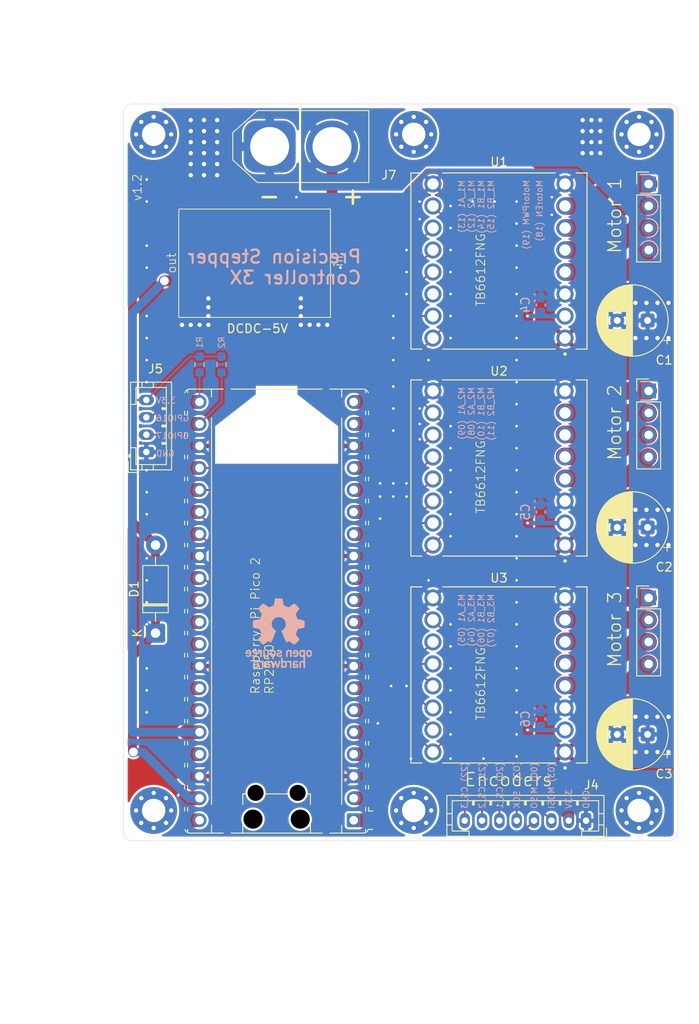
<source format=kicad_pcb>
(kicad_pcb (version 20241229) (generator "pcbnew") (generator_version "9.0")
  (layers (0 "F.Cu" signal) (2 "B.Cu" signal) (13 "F.Paste" user) (15 "B.Paste" user) (5 "F.SilkS" user "F.Silkscreen") (7 "B.SilkS" user "B.Silkscreen") (1 "F.Mask" user) (3 "B.Mask" user) (25 "Edge.Cuts" user))
  (net 0 "")
  (net 1 "+3.3V")
  (net 2 "+12V")
  (net 3 "GND")
  (net 4 "Net-(J1-Pin_3)")
  (net 5 "Net-(J1-Pin_4)")
  (net 6 "Net-(J1-Pin_2)")
  (net 7 "Net-(J1-Pin_1)")
  (net 8 "/Motor1_A1")
  (net 9 "/MotorEN")
  (net 10 "/Motor1_A2")
  (net 11 "/Motor1_B2")
  (net 12 "/MotorPWM")
  (net 13 "/Motor1_B1")
  (net 14 "Net-(J2-Pin_2)")
  (net 18 "+5V")
  (net 34 "Net-(J2-Pin_3)")
  (net 40 "Net-(J2-Pin_4)")
  (net 41 "Net-(J2-Pin_1)")
  (net 42 "/Motor2_B2")
  (net 43 "/Motor2_A2")
  (net 44 "/Motor2_B1")
  (net 45 "/Motor2_A1")
  (net 46 "Net-(J3-Pin_4)")
  (net 47 "Net-(J3-Pin_2)")
  (net 48 "Net-(J3-Pin_3)")
  (net 49 "Net-(J3-Pin_1)")
  (net 50 "/Motor3_A2")
  (net 51 "/Motor3_B2")
  (net 52 "/Motor3_A1")
  (net 53 "/Motor3_B1")
  (net 74 "/Encoder2_CS")
  (net 75 "/Encoder1_CS")
  (net 76 "/Encoder_SCK")
  (net 77 "/Encoder3_CS")
  (net 78 "/Encoder_MISO")
  (net 79 "/Encoder_MOSI")
  (net 99 "/I2C_SDA")
  (net 100 "/I2C_SCL")
  (net 103 "unconnected-(A1-VBUS-Pad40)_1")
  (net 109 "Net-(D1-A)")
  (footprint "Connector_JST:JST_PH_B8B-PH-K_1x08_P2.00mm_Vertical" (layer "F.Cu") (at 208.168 121.788 180)
    (property "Reference" "J4")
    (property "Value" "Encoder")
  )
  (footprint "Diode_SMD:D_SOD-123F" (layer "F.Cu") (at 158.496 95.076 90)
    (property "Reference" "D2" (hide yes))
    (property "Value" "PMEG4010" (hide yes))
  )
  (footprint "Connector_AMASS:AMASS_XT60-M_1x02_P7.20mm_Vertical" (layer "F.Cu") (at 171.66 44.022)
    (property "Reference" "J7")
    (property "Value" "Power")
  )
  (footprint "Diode_THT:D_DO-41_SOD81_P10.16mm_Horizontal" (layer "F.Cu") (at 158.496 100.156 90)
    (property "Reference" "D1")
    (property "Value" "1N5819")
  )
  (footprint "ROB-14450:MODULE_ROB-14450" (layer "F.Cu") (at 198.12 57.23 180)
    (property "Reference" "U1")
    (property "Value" "ROB-14450")
  )
  (footprint "Connector_PinHeader_2.54mm:PinHeader_1x04_P2.54mm_Vertical" (layer "F.Cu") (at 215.392 96.092)
    (property "Reference" "J3" (hide yes))
    (property "Value" "Motor3")
  )
  (footprint "Connector_PinHeader_2.54mm:PinHeader_1x04_P2.54mm_Vertical" (layer "F.Cu") (at 215.392 48.34)
    (property "Reference" "J1" (hide yes))
    (property "Value" "Motor1")
  )
  (footprint "Connector_PinHeader_2.54mm:PinHeader_1x04_P2.54mm_Vertical" (layer "F.Cu") (at 215.392 72.216)
    (property "Reference" "J2" (hide yes))
    (property "Value" "Motor2")
  )
  (footprint "Capacitor_THT:CP_Radial_D8.0mm_P3.50mm" (layer "F.Cu") (at 215.266651 87.964 180)
    (property "Reference" "C2")
    (property "Value" "C_Polarized")
  )
  (footprint "MountingHole:MountingHole_2.7mm_M2.5_Pad_Via" (layer "F.Cu") (at 188.28 42.616)
    (property "Reference" "H6" (hide yes))
    (property "Value" "MountingHole_Pad")
  )
  (footprint "ROB-14450:MODULE_ROB-14450" (layer "F.Cu") (at 198.12 81.106 180)
    (property "Reference" "U2")
    (property "Value" "ROB-14450")
  )
  (footprint "MountingHole:MountingHole_2.7mm_M2.5_Pad_Via" (layer "F.Cu") (at 188.28 120.616)
    (property "Reference" "H5" (hide yes))
    (property "Value" "MountingHole_Pad")
  )
  (footprint "Capacitor_THT:CP_Radial_D8.0mm_P3.50mm" (layer "F.Cu") (at 215.266651 64.088 180)
    (property "Reference" "C1")
    (property "Value" "C_Polarized")
  )
  (footprint "Connector_JST:JST_PH_B4B-PH-K_1x04_P2.00mm_Vertical" (layer "F.Cu") (at 157.438 79.264 90)
    (property "Reference" "J5")
    (property "Value" "I2C")
  )
  (footprint "MountingHole:MountingHole_2.7mm_M2.5_Pad_Via" (layer "F.Cu") (at 158.28 42.616)
    (property "Reference" "H1" (hide yes))
    (property "Value" "MountingHole_Pad")
  )
  (footprint "Module:RaspberryPi_Pico_Common_Unspecified" (layer "F.Cu") (at 172.466 97.616 180)
    (property "Reference" "A1" (hide yes))
    (property "Value" "RaspberryPi_Pico")
  )
  (footprint "DCDC_Converter:DCDC_17mmx12mm" (layer "F.Cu") (at 170.18 57.484 90)
    (property "Reference" "U4" (hide yes))
    (property "Value" "DCDC_Converter")
  )
  (footprint "Capacitor_THT:CP_Radial_D8.0mm_P3.50mm" (layer "F.Cu") (at 215.266651 111.84 180)
    (property "Reference" "C3")
    (property "Value" "C_Polarized")
  )
  (footprint "MountingHole:MountingHole_2.7mm_M2.5_Pad_Via" (layer "F.Cu") (at 214.28 42.616)
    (property "Reference" "H3" (hide yes))
    (property "Value" "MountingHole_Pad")
  )
  (footprint "ROB-14450:MODULE_ROB-14450" (layer "F.Cu") (at 198.12 104.982 180)
    (property "Reference" "U3")
    (property "Value" "ROB-14450")
  )
  (footprint "MountingHole:MountingHole_2.7mm_M2.5_Pad_Via" (layer "F.Cu") (at 214.28 120.616)
    (property "Reference" "H2" (hide yes))
    (property "Value" "MountingHole_Pad")
  )
  (footprint "Resistor_SMD:R_0603_1608Metric_Pad0.98x0.95mm_HandSolder" (layer "B.Cu") (at 166.116 69.168 -90)
    (property "Reference" "R2")
    (property "Value" "4K7")
  )
  (footprint "MountingHole:MountingHole_2.7mm_M2.5_Pad_Via" (layer "B.Cu") (at 158.28 120.616)
    (property "Reference" "H4" (hide yes))
    (property "Value" "MountingHole_Pad")
  )
  (footprint "Resistor_SMD:R_0603_1608Metric_Pad0.98x0.95mm_HandSolder" (layer "B.Cu") (at 163.576 69.168 -90)
    (property "Reference" "R1")
    (property "Value" "4K7")
  )
  (footprint "Capacitor_SMD:C_0603_1608Metric_Pad1.08x0.95mm_HandSolder" (layer "B.Cu") (at 202.946 110.062 90)
    (property "Reference" "C6")
    (property "Value" "C")
  )
  (footprint "Capacitor_SMD:C_0603_1608Metric_Pad1.08x0.95mm_HandSolder" (layer "B.Cu") (at 202.946 62.31 90)
    (property "Reference" "C4")
    (property "Value" "C")
  )
  (footprint "Capacitor_SMD:C_0603_1608Metric_Pad1.08x0.95mm_HandSolder" (layer "B.Cu") (at 202.946 86.186 90)
    (property "Reference" "C5")
    (property "Value" "C")
  )
  (footprint "Symbol:OSHW-Logo_7.5x8mm_SilkScreen" (layer "B.Cu") (at 172.72 100.156 180)
    (property "Reference" "REF**" (hide yes))
    (property "Value" "OSHW-Logo_7.5x8mm_SilkScreen" (hide yes))
  )
  (gr_arc (start 155.78 124.116) (mid 155.072893 123.823107) (end 154.78 123.116) (stroke (width 0.05)) (layer "Edge.Cuts"))
  (gr_arc (start 218.78 123.116) (mid 218.487107 123.823107) (end 217.78 124.116) (stroke (width 0.05)) (layer "Edge.Cuts"))
  (gr_line (start 154.78 123.116) (end 154.78 40.116) (stroke (width 0.05)) (layer "Edge.Cuts"))
  (gr_line (start 155.78 39.116) (end 217.78 39.116) (stroke (width 0.05)) (layer "Edge.Cuts"))
  (gr_arc (start 217.78 39.116) (mid 218.487107 39.408893) (end 218.78 40.116) (stroke (width 0.05)) (layer "Edge.Cuts"))
  (gr_arc (start 154.78 40.116) (mid 155.072893 39.408893) (end 155.78 39.116) (stroke (width 0.05)) (layer "Edge.Cuts"))
  (gr_line (start 155.78 124.116) (end 217.78 124.116) (stroke (width 0.05)) (layer "Edge.Cuts"))
  (gr_line (start 218.78 40.116) (end 218.78 123.116) (stroke (width 0.05)) (layer "Edge.Cuts"))
  (gr_text "Raspberry-Pi Pico 2\nRP2350" (at 172.212 107.268 90) (layer "F.SilkS") (effects (font (size 1 1) (thickness 0.1)) (justify left bottom)))
  (gr_text "Motor 2" (at 212.344 80.344 90) (layer "F.SilkS") (effects (font (size 1.5 1.5)) (justify left bottom)))
  (gr_text "TB6612FNG" (at 196.596 110.316 90) (layer "F.SilkS") (effects (font (size 1 1) (thickness 0.1)) (justify left bottom)))
  (gr_text "DCDC-5V" (at 166.624 65.612 0) (layer "F.SilkS") (effects (font (size 1 1)) (justify left bottom)))
  (gr_text "Motor 1" (at 212.344 56.468 90) (layer "F.SilkS") (effects (font (size 1.5 1.5)) (justify left bottom)))
  (gr_text "Encoders" (at 194.056 117.936 0) (layer "F.SilkS") (effects (font (size 1.5 1.5)) (justify left bottom)))
  (gr_text "TB6612FNG" (at 196.596 86.44 90) (layer "F.SilkS") (effects (font (size 1 1) (thickness 0.1)) (justify left bottom)))
  (gr_text "TB6612FNG" (at 196.596 62.564 90) (layer "F.SilkS") (effects (font (size 1 1) (thickness 0.1)) (justify left bottom)))
  (gr_text "v1.2" (at 156.972 50.372 90) (layer "F.SilkS") (effects (font (size 1 1) (thickness 0.1)) (justify left bottom)))
  (gr_text "+" (at 179.832 50.88 0) (layer "F.SilkS") (effects (font (size 2 2) (thickness 0.3)) (justify left bottom)))
  (gr_text "Motor 3" (at 212.344 104.22 90) (layer "F.SilkS") (effects (font (size 1.5 1.5)) (justify left bottom)))
  (gr_text "-" (at 170.18 50.88 0) (layer "F.SilkS") (effects (font (size 2 2) (thickness 0.3)) (justify left bottom)))
  (gr_text "(20) CS_1" (at 198.628 120.476 90) (layer "B.SilkS") (effects (font (size 0.7 0.7) (thickness 0.1)) (justify right bottom mirror)))
  (gr_text "M3_A1 (05)\nM3_A2 (04)\nM3_B1 (06)\nM3_B2 (07)" (at 197.612 95.584 90) (layer "B.SilkS") (effects (font (size 0.7 0.7) (thickness 0.1)) (justify left bottom mirror)))
  (gr_text "(21) CS_2" (at 196.592 120.476 90) (layer "B.SilkS") (effects (font (size 0.7 0.7) (thickness 0.1)) (justify right bottom mirror)))
  (gr_text "3.3V" (at 158.496 73.74 0) (layer "B.SilkS") (effects (font (size 0.7 0.7) (thickness 0.1)) (justify right bottom mirror)))
  (gr_text "(03) MOSI" (at 204.592 120.476 90) (layer "B.SilkS") (effects (font (size 0.7 0.7) (thickness 0.1)) (justify right bottom mirror)))
  (gr_text "GND" (at 158.496 79.836 0) (layer "B.SilkS") (effects (font (size 0.7 0.7) (thickness 0.1)) (justify right bottom mirror)))
  (gr_text "MotorPWM (19)" (at 201.676 47.832 90) (layer "B.SilkS") (effects (font (size 0.7 0.7) (thickness 0.1)) (justify left bottom mirror)))
  (gr_text "MotorEN (18)\n" (at 203.2 47.832 90) (layer "B.SilkS") (effects (font (size 0.7 0.7) (thickness 0.1)) (justify left bottom mirror)))
  (gr_text "3.3V" (at 206.592 120.476 90) (layer "B.SilkS") (effects (font (size 0.7 0.7) (thickness 0.1)) (justify right bottom mirror)))
  (gr_text "M2_A1 (09)\nM2_A2 (08)\nM2_B1 (10)\nM2_B2 (11)" (at 197.612 71.708 90) (layer "B.SilkS") (effects (font (size 0.7 0.7) (thickness 0.1)) (justify left bottom mirror)))
  (gr_text "GPIO17" (at 158.496 77.804 0) (layer "B.SilkS") (effects (font (size 0.7 0.7) (thickness 0.1)) (justify right bottom mirror)))
  (gr_text "Precision Stepper\nController 3X" (at 182.372 60.024 0) (layer "B.SilkS") (effects (font (size 1.5 1.5) (thickness 0.25) (bold yes)) (justify left bottom mirror)))
  (gr_text "(22) CS_3" (at 194.564 120.476 90) (layer "B.SilkS") (effects (font (size 0.7 0.7) (thickness 0.1)) (justify right bottom mirror)))
  (gr_text "GPIO16" (at 158.496 75.772 0) (layer "B.SilkS") (effects (font (size 0.7 0.7) (thickness 0.1)) (justify right bottom mirror)))
  (gr_text "(00) MISO" (at 202.592 120.476 90) (layer "B.SilkS") (effects (font (size 0.7 0.7) (thickness 0.1)) (justify right bottom mirror)))
  (gr_text "(O2)  SCK" (at 200.592 120.476 90) (layer "B.SilkS") (effects (font (size 0.7 0.7) (thickness 0.1)) (justify right bottom mirror)))
  (gr_text "GND" (at 208.592 120.476 90) (layer "B.SilkS") (effects (font (size 0.7 0.7) (thickness 0.1)) (justify right bottom mirror)))
  (gr_text "M1_A1 (13)\nM1_A2 (12)\nM1_B1 (14)\nM1_B2 (15)" (at 197.612 47.832 90) (layer "B.SilkS") (effects (font (size 0.7 0.7) (thickness 0.1)) (justify left bottom mirror)))
  (segment (start 188.468 48.848) (end 188.468 48.34) (width 0.2) (layer "F.Cu") (net 1))
  (segment (start 201.422 111.332) (end 201.422 108.414071) (width 1.27) (layer "F.Cu") (net 1))
  (segment (start 187.452 52.404) (end 187.452 49.864) (width 1.27) (layer "F.Cu") (net 1))
  (segment (start 201.422 108.414071) (end 201.422 87.456) (width 1.27) (layer "F.Cu") (net 1))
  (segment (start 189.759 47.049) (end 200.893 47.049) (width 0.2) (layer "F.Cu") (net 1))
  (segment (start 187.452 49.864) (end 188.468 48.848) (width 1.27) (layer "F.Cu") (net 1))
  (segment (start 201.422 63.58) (end 201.422 47.578) (width 1.27) (layer "F.Cu") (net 1))
  (segment (start 180.34 59.516) (end 187.452 52.404) (width 1.27) (layer "F.Cu") (net 1))
  (segment (start 159.512 59.516) (end 180.34 59.516) (width 1.27) (layer "F.Cu") (net 1))
  (segment (start 206.168 121.158) (end 201.422 116.412) (width 1.27) (layer "F.Cu") (net 1))
  (segment (start 201.422 116.412) (end 201.422 111.332) (width 1.27) (layer "F.Cu") (net 1))
  (segment (start 200.893 47.049) (end 201.422 47.578) (width 0.2) (layer "F.Cu") (net 1))
  (segment (start 206.168 121.788) (end 206.168 121.158) (width 1.27) (layer "F.Cu") (net 1))
  (segment (start 188.468 48.34) (end 189.759 47.049) (width 0.2) (layer "F.Cu") (net 1))
  (segment (start 201.422 87.456) (end 201.422 63.58) (width 1.27) (layer "F.Cu") (net 1))
  (via (at 201.422 111.332) (size 0.6) (drill 0.3) (layers "F.Cu" "B.Cu") (net 1))
  (via (at 201.422 63.58) (size 0.6) (drill 0.3) (layers "F.Cu" "B.Cu") (net 1))
  (via (at 159.512 59.516) (size 1.2) (drill 1) (layers "F.Cu" "B.Cu") (net 1))
  (via (at 201.422 87.456) (size 0.6) (drill 0.3) (layers "F.Cu" "B.Cu") (net 1))
  (segment (start 205.74 87.456) (end 201.422 87.456) (width 0.508) (layer "B.Cu") (net 1))
  (segment (start 163.576 68.2555) (end 162.4465 68.2555) (width 0.2) (layer "B.Cu") (net 1))
  (segment (start 155.829 73.319) (end 155.829 111.586) (width 1.016) (layer "B.Cu") (net 1))
  (segment (start 205.74 63.58) (end 201.422 63.58) (width 0.508) (layer "B.Cu") (net 1))
  (segment (start 162.4465 68.2555) (end 157.438 73.264) (width 0.2) (layer "B.Cu") (net 1))
  (segment (start 155.829 111.586) (end 163.576 111.586) (width 1.016) (layer "B.Cu") (net 1))
  (segment (start 166.116 68.2555) (end 163.576 68.2555) (width 0.2) (layer "B.Cu") (net 1))
  (segment (start 157.438 73.264) (end 155.948 73.264) (width 0.2) (layer "B.Cu") (net 1))
  (segment (start 155.829 63.199) (end 155.829 73.145) (width 1.016) (layer "B.Cu") (net 1))
  (segment (start 155.948 73.264) (end 155.916 73.232) (width 0.2) (layer "B.Cu") (net 1))
  (segment (start 159.512 59.516) (end 155.829 63.199) (width 1.016) (layer "B.Cu") (net 1))
  (segment (start 205.74 111.332) (end 201.422 111.332) (width 0.508) (layer "B.Cu") (net 1))
  (segment (start 178.86 51.054) (end 177.43 52.484) (width 1.27) (layer "F.Cu") (net 2))
  (segment (start 178.86 44.022) (end 178.86 51.054) (width 1.27) (layer "F.Cu") (net 2))
  (via (at 209.804 40.974) (size 0.7) (drill 0.5) (layers "F.Cu" "B.Cu") (net 2))
  (via (at 208.788 42.244) (size 0.7) (drill 0.5) (layers "F.Cu" "B.Cu") (net 2))
  (via (at 217.678 66.12) (size 0.7) (drill 0.5) (layers "F.Cu" "B.Cu") (net 2))
  (via (at 217.678 62.056) (size 0.7) (drill 0.5) (layers "F.Cu" "B.Cu") (net 2))
  (via (at 207.772 43.514) (size 0.7) (drill 0.5) (layers "F.Cu" "B.Cu") (net 2))
  (via (at 213.868 109.808) (size 0.7) (drill 0.5) (layers "F.Cu" "B.Cu") (net 2))
  (via (at 217.678 89.996) (size 0.7) (drill 0.5) (layers "F.Cu" "B.Cu") (net 2))
  (via (at 213.868 85.932) (size 0.7) (drill 0.5) (layers "F.Cu" "B.Cu") (net 2))
  (via (at 209.804 44.784) (size 0.7) (drill 0.5) (layers "F.Cu" "B.Cu") (net 2))
  (via (at 215.138 113.872) (size 0.7) (drill 0.5) (layers "F.Cu" "B.Cu") (net 2))
  (via (at 208.788 44.784) (size 0.7) (drill 0.5) (layers "F.Cu" "B.Cu") (net 2))
  (via (at 215.138 89.996) (size 0.7) (drill 0.5) (layers "F.Cu" "B.Cu") (net 2))
  (via (at 209.804 43.514) (size 0.7) (drill 0.5) (layers "F.Cu" "B.Cu") (net 2))
  (via (at 217.678 85.932) (size 0.7) (drill 0.5) (layers "F.Cu" "B.Cu") (net 2))
  (via (at 208.788 40.974) (size 0.7) (drill 0.5) (layers "F.Cu" "B.Cu") (net 2))
  (via (at 217.678 109.808) (size 0.7) (drill 0.5) (layers "F.Cu" "B.Cu") (net 2))
  (via (at 215.138 109.808) (size 0.7) (drill 0.5) (layers "F.Cu" "B.Cu") (net 2))
  (via (at 213.868 66.12) (size 0.7) (drill 0.5) (layers "F.Cu" "B.Cu") (net 2))
  (via (at 213.868 89.996) (size 0.7) (drill 0.5) (layers "F.Cu" "B.Cu") (net 2))
  (via (at 207.772 44.784) (size 0.7) (drill 0.5) (layers "F.Cu" "B.Cu") (net 2))
  (via (at 207.772 42.244) (size 0.7) (drill 0.5) (layers "F.Cu" "B.Cu") (net 2))
  (via (at 216.408 62.056) (size 0.7) (drill 0.5) (layers "F.Cu" "B.Cu") (net 2))
  (via (at 207.772 40.974) (size 0.7) (drill 0.5) (layers "F.Cu" "B.Cu") (net 2))
  (via (at 213.868 62.056) (size 0.7) (drill 0.5) (layers "F.Cu" "B.Cu") (net 2))
  (via (at 216.408 109.808) (size 0.7) (drill 0.5) (layers "F.Cu" "B.Cu") (net 2))
  (via (at 217.678 113.872) (size 0.7) (drill 0.5) (layers "F.Cu" "B.Cu") (net 2))
  (via (at 209.804 42.244) (size 0.7) (drill 0.5) (layers "F.Cu" "B.Cu") (net 2))
  (via (at 216.408 85.932) (size 0.7) (drill 0.5) (layers "F.Cu" "B.Cu") (net 2))
  (via (at 208.788 43.514) (size 0.7) (drill 0.5) (layers "F.Cu" "B.Cu") (net 2))
  (via (at 215.138 85.932) (size 0.7) (drill 0.5) (layers "F.Cu" "B.Cu") (net 2))
  (via (at 215.138 66.12) (size 0.7) (drill 0.5) (layers "F.Cu" "B.Cu") (net 2))
  (via (at 215.138 62.056) (size 0.7) (drill 0.5) (layers "F.Cu" "B.Cu") (net 2))
  (via (at 216.408 66.12) (size 0.7) (drill 0.5) (layers "F.Cu" "B.Cu") (net 2))
  (via (at 213.868 113.872) (size 0.7) (drill 0.5) (layers "F.Cu" "B.Cu") (net 2))
  (via (at 216.408 89.996) (size 0.7) (drill 0.5) (layers "F.Cu" "B.Cu") (net 2))
  (via (at 216.408 113.872) (size 0.7) (drill 0.5) (layers "F.Cu" "B.Cu") (net 2))
  (via (at 161.544 64.596) (size 0.7) (drill 0.5) (layers "F.Cu" "B.Cu") (net 3))
  (via (at 192.532 50.88) (size 0.6) (drill 0.3) (layers "F.Cu" "B.Cu") (net 3))
  (via (at 188.976 76.026) (size 0.6) (drill 0.3) (layers "F.Cu" "B.Cu") (net 3))
  (via (at 188.976 77.804) (size 0.6) (drill 0.3) (layers "F.Cu" "B.Cu") (net 3))
  (via (at 157.48 71.2) (size 0.6) (drill 0.3) (layers "F.Cu" "B.Cu") (net 3))
  (via (at 188.976 52.404) (size 0.6) (drill 0.3) (layers "F.Cu" "B.Cu") (net 3))
  (via (at 192.532 55.96) (size 0.6) (drill 0.3) (layers "F.Cu" "B.Cu") (net 3))
  (via (at 189.992 68.66) (size 0.6) (drill 0.3) (layers "F.Cu" "B.Cu") (net 3))
  (via (at 157.48 47.832) (size 0.6) (drill 0.3) (layers "F.Cu" "B.Cu") (net 3))
  (via (at 162.56 40.974) (size 0.7) (drill 0.5) (layers "F.Cu" "B.Cu") (net 3))
  (via (at 196.342 114.634) (size 0.6) (drill 0.3) (layers "F.Cu" "B.Cu") (net 3))
  (via (at 200.152 52.912) (size 0.6) (drill 0.3) (layers "F.Cu" "B.Cu") (net 3))
  (via (at 176.276 64.596) (size 0.7) (drill 0.5) (layers "F.Cu" "B.Cu") (net 3))
  (via (at 192.532 81.36) (size 0.6) (drill 0.3) (layers "F.Cu" "B.Cu") (net 3))
  (via (at 200.152 111.84) (size 0.6) (drill 0.3) (layers "F.Cu" "B.Cu") (net 3))
  (via (at 192.532 76.28) (size 0.6) (drill 0.3) (layers "F.Cu" "B.Cu") (net 3))
  (via (at 200.152 73.74) (size 0.6) (drill 0.3) (layers "F.Cu" "B.Cu") (net 3))
  (via (at 175.26 64.596) (size 0.7) (drill 0.5) (layers "F.Cu" "B.Cu") (net 3))
  (via (at 200.152 106.76) (size 0.6) (drill 0.3) (layers "F.Cu" "B.Cu") (net 3))
  (via (at 187.452 84.408) (size 0.6) (drill 0.3) (layers "F.Cu" "B.Cu") (net 3))
  (via (at 157.48 63.58) (size 0.6) (drill 0.3) (layers "F.Cu" "B.Cu") (net 3))
  (via (at 164.592 63.58) (size 0.7) (drill 0.5) (layers "F.Cu" "B.Cu") (net 3))
  (via (at 200.152 81.36) (size 0.6) (drill 0.3) (layers "F.Cu" "B.Cu") (net 3))
  (via (at 200.152 68.66) (size 0.6) (drill 0.3) (layers "F.Cu" "B.Cu") (net 3))
  (via (at 200.152 50.372) (size 0.6) (drill 0.3) (layers "F.Cu" "B.Cu") (net 3))
  (via (at 200.152 101.68) (size 0.6) (drill 0.3) (layers "F.Cu" "B.Cu") (net 3))
  (via (at 174.752 49.864) (size 0.6) (drill 0.3) (layers "F.Cu" "B.Cu") (net 3))
  (via (at 185.928 71.708) (size 0.6) (drill 0.3) (layers "F.Cu" "B.Cu") (net 3))
  (via (at 162.56 44.784) (size 0.7) (drill 0.5) (layers "F.Cu" "B.Cu") (net 3))
  (via (at 200.152 116.666) (size 0.6) (drill 0.3) (layers "F.Cu" "B.Cu") (net 3))
  (via (at 200.152 86.44) (size 0.6) (drill 0.3) (layers "F.Cu" "B.Cu") (net 3))
  (via (at 157.48 86.44) (size 0.6) (drill 0.3) (layers "F.Cu" "B.Cu") (net 3))
  (via (at 165.608 43.514) (size 0.7) (drill 0.5) (layers "F.Cu" "B.Cu") (net 3))
  (via (at 187.96 114.634) (size 0.6) (drill 0.3) (layers "F.Cu" "B.Cu") (net 3))
  (via (at 165.608 40.974) (size 0.7) (drill 0.5) (layers "F.Cu" "B.Cu") (net 3))
  (via (at 200.152 71.2) (size 0.6) (drill 0.3) (layers "F.Cu" "B.Cu") (net 3))
  (via (at 175.26 62.564) (size 0.7) (drill 0.5) (layers "F.Cu" "B.Cu") (net 3))
  (via (at 192.532 104.22) (size 0.6) (drill 0.3) (layers "F.Cu" "B.Cu") (net 3))
  (via (at 192.532 61.04) (size 0.6) (drill 0.3) (layers "F.Cu" "B.Cu") (net 3))
  (via (at 184.404 82.884) (size 0.6) (drill 0.3) (layers "F.Cu" "B.Cu") (net 3))
  (via (at 192.532 58.5) (size 0.6) (drill 0.3) (layers "F.Cu" "B.Cu") (net 3))
  (via (at 164.084 42.244) (size 0.7) (drill 0.5) (layers "F.Cu" "B.Cu") (net 3))
  (via (at 200.152 61.04) (size 0.6) (drill 0.3) (layers "F.Cu" "B.Cu") (net 3))
  (via (at 163.576 64.596) (size 0.7) (drill 0.5) (layers "F.Cu" "B.Cu") (net 3))
  (via (at 192.532 63.58) (size 0.6) (drill 0.3) (layers "F.Cu" "B.Cu") (net 3))
  (via (at 157.48 96.6) (size 0.6) (drill 0.3) (layers "F.Cu" "B.Cu") (net 3))
  (via (at 200.152 96.6) (size 0.6) (drill 0.3) (layers "F.Cu" "B.Cu") (net 3))
  (via (at 200.152 78.82) (size 0.6) (drill 0.3) (layers "F.Cu" "B.Cu") (net 3))
  (via (at 157.48 68.66) (size 0.6) (drill 0.3) (layers "F.Cu" "B.Cu") (net 3))
  (via (at 164.084 40.974) (size 0.7) (drill 0.5) (layers "F.Cu" "B.Cu") (net 3))
  (via (at 165.608 47.324) (size 0.7) (drill 0.5) (layers "F.Cu" "B.Cu") (net 3))
  (via (at 192.532 111.84) (size 0.6) (drill 0.3) (layers "F.Cu" "B.Cu") (net 3))
  (via (at 157.48 94.06) (size 0.6) (drill 0.3) (layers "F.Cu" "B.Cu") (net 3))
  (via (at 165.608 44.784) (size 0.7) (drill 0.5) (layers "F.Cu" "B.Cu") (net 3))
  (via (at 200.152 66.12) (size 0.6) (drill 0.3) (layers "F.Cu" "B.Cu") (net 3))
  (via (at 184.404 86.948) (size 0.6) (drill 0.3) (layers "F.Cu" "B.Cu") (net 3))
  (via (at 157.48 109.3) (size 0.6) (drill 0.3) (layers "F.Cu" "B.Cu") (net 3))
  (via (at 162.56 42.244) (size 0.7) (drill 0.5) (layers "F.Cu" "B.Cu") (net 3))
  (via (at 185.928 84.408) (size 0.6) (drill 0.3) (layers "F.Cu" "B.Cu") (net 3))
  (via (at 157.48 50.372) (size 0.6) (drill 0.3) (layers "F.Cu" "B.Cu") (net 3))
  (via (at 192.532 53.42) (size 0.6) (drill 0.3) (layers "F.Cu" "B.Cu") (net 3))
  (via (at 157.48 106.76) (size 0.6) (drill 0.3) (layers "F.Cu" "B.Cu") (net 3))
  (via (at 192.532 101.68) (size 0.6) (drill 0.3) (layers "F.Cu" "B.Cu") (net 3))
  (via (at 157.48 104.22) (size 0.6) (drill 0.3) (layers "F.Cu" "B.Cu") (net 3))
  (via (at 157.48 83.9) (size 0.6) (drill 0.3) (layers "F.Cu" "B.Cu") (net 3))
  (via (at 188.976 50.372) (size 0.6) (drill 0.3) (layers "F.Cu" "B.Cu") (net 3))
  (via (at 164.084 47.324) (size 0.7) (drill 0.5) (layers "F.Cu" "B.Cu") (net 3))
  (via (at 192.532 99.14) (size 0.6) (drill 0.3) (layers "F.Cu" "B.Cu") (net 3))
  (via (at 157.48 57.992) (size 0.6) (drill 0.3) (layers "F.Cu" "B.Cu") (net 3))
  (via (at 178.308 64.596) (size 0.7) (drill 0.5) (layers "F.Cu" "B.Cu") (net 3))
  (via (at 200.152 109.3) (size 0.6) (drill 0.3) (layers "F.Cu" "B.Cu") (net 3))
  (via (at 164.084 43.514) (size 0.7) (drill 0.5) (layers "F.Cu" "B.Cu") (net 3))
  (via (at 200.152 94.06) (size 0.6) (drill 0.3) (layers "F.Cu" "B.Cu") (net 3))
  (via (at 157.48 81.36) (size 0.6) (drill 0.3) (layers "F.Cu" "B.Cu") (net 3))
  (via (at 162.56 43.514) (size 0.7) (drill 0.5) (layers "F.Cu" "B.Cu") (net 3))
  (via (at 185.674 106.252) (size 0.6) (drill 0.3) (layers "F.Cu" "B.Cu") (net 3))
  (via (at 184.404 84.408) (size 0.6) (drill 0.3) (layers "F.Cu" "B.Cu") (net 3))
  (via (at 192.532 109.3) (size 0.6) (drill 0.3) (layers "F.Cu" "B.Cu") (net 3))
  (via (at 200.152 63.58) (size 0.6) (drill 0.3) (layers "F.Cu" "B.Cu") (net 3))
  (via (at 188.976 74.248) (size 0.6) (drill 0.3) (layers "F.Cu" "B.Cu") (net 3))
  (via (at 192.532 78.82) (size 0.6) (drill 0.3) (layers "F.Cu" "B.Cu") (net 3))
  (via (at 200.152 104.22) (size 0.6) (drill 0.3) (layers "F.Cu" "B.Cu") (net 3))
  (via (at 192.532 114.634) (size 0.6) (drill 0.3) (layers "F.Cu" "B.Cu") (net 3))
  (via (at 200.152 57.992) (size 0.6) (drill 0.3) (layers "F.Cu" "B.Cu") (net 3))
  (via (at 184.15 110.57) (size 0.6) (drill 0.3) (layers "F.Cu" "B.Cu") (net 3))
  (via (at 164.592 61.548) (size 0.7) (drill 0.5) (layers "F.Cu" "B.Cu") (net 3))
  (via (at 200.152 55.452) (size 0.6) (drill 0.3) (layers "F.Cu" "B.Cu") (net 3))
  (via (at 195.072 50.372) (size 0.6) (drill 0.3) (layers "F.Cu" "B.Cu") (net 3))
  (via (at 185.928 76.788) (size 0.6) (drill 0.3) (layers "F.Cu" "B.Cu") (net 3))
  (via (at 200.152 88.98) (size 0.6) (drill 0.3) (layers "F.Cu" "B.Cu") (net 3))
  (via (at 197.612 50.372) (size 0.6) (drill 0.3) (layers "F.Cu" "B.Cu") (net 3))
  (via (at 177.292 64.596) (size 0.7) (drill 0.5) (layers "F.Cu" "B.Cu") (net 3))
  (via (at 185.928 82.884) (size 0.6) (drill 0.3) (layers "F.Cu" "B.Cu") (net 3))
  (via (at 179.832 57.992) (size 0.6) (drill 0.3) (layers "F.Cu" "B.Cu") (net 3))
  (via (at 192.532 106.76) (size 0.6) (drill 0.3) (layers "F.Cu" "B.Cu") (net 3))
  (via (at 162.56 64.596) (size 0.7) (drill 0.5) (layers "F.Cu" "B.Cu") (net 3))
  (via (at 200.152 114.38) (size 0.6) (drill 0.3) (layers "F.Cu" "B.Cu") (net 3))
  (via (at 157.48 99.14) (size 0.6) (drill 0.3) (layers "F.Cu" "B.Cu") (net 3))
  (via (at 157.48 91.52) (size 0.6) (drill 0.3) (layers "F.Cu" "B.Cu") (net 3))
  (via (at 165.608 46.054) (size 0.7) (drill 0.5) (layers "F.Cu" "B.Cu") (net 3))
  (via (at 165.608 42.244) (size 0.7) (drill 0.5) (layers "F.Cu" "B.Cu") (net 3))
  (via (at 185.928 63.58) (size 0.6) (drill 0.3) (layers "F.Cu" "B.Cu") (net 3))
  (via (at 204.216 49.864) (size 0.6) (drill 0.3) (layers "F.Cu" "B.Cu") (net 3))
  (via (at 164.592 62.564) (size 0.7) (drill 0.5) (layers "F.Cu" "B.Cu") (net 3))
  (via (at 200.152 91.52) (size 0.6) (drill 0.3) (layers "F.Cu" "B.Cu") (net 3))
  (via (at 192.532 86.44) (size 0.6) (drill 0.3) (layers "F.Cu" "B.Cu") (net 3))
  (via (at 157.48 66.12) (size 0.6) (drill 0.3) (layers "F.Cu" "B.Cu") (net 3))
  (via (at 162.56 47.324) (size 0.7) (drill 0.5) (layers "F.Cu" "B.Cu") (net 3))
  (via (at 204.216 51.896) (size 0.6) (drill 0.3) (layers "F.Cu" "B.Cu") (net 3))
  (via (at 164.084 46.054) (size 0.7) (drill 0.5) (layers "F.Cu" "B.Cu") (net 3))
  (via (at 175.26 61.548) (size 0.7) (drill 0.5) (layers "F.Cu" "B.Cu") (net 3))
  (via (at 185.928 74.248) (size 0.6) (drill 0.3) (layers "F.Cu" "B.Cu") (net 3))
  (via (at 185.928 66.12) (size 0.6) (drill 0.3) (layers "F.Cu" "B.Cu") (net 3))
  (via (at 187.452 61.04) (size 0.6) (drill 0.3) (layers "F.Cu" "B.Cu") (net 3))
  (via (at 189.992 94.06) (size 0.6) (drill 0.3) (layers "F.Cu" "B.Cu") (net 3))
  (via (at 187.452 55.96) (size 0.6) (drill 0.3) (layers "F.Cu" "B.Cu") (net 3))
  (via (at 187.452 82.884) (size 0.6) (drill 0.3) (layers "F.Cu" "B.Cu") (net 3))
  (via (at 192.532 83.9) (size 0.6) (drill 0.3) (layers "F.Cu" "B.Cu") (net 3))
  (via (at 162.56 46.054) (size 0.7) (drill 0.5) (layers "F.Cu" "B.Cu") (net 3))
  (via (at 187.452 58.5) (size 0.6) (drill 0.3) (layers "F.Cu" "B.Cu") (net 3))
  (via (at 164.592 64.596) (size 0.7) (drill 0.5) (layers "F.Cu" "B.Cu") (net 3))
  (via (at 175.26 63.58) (size 0.7) (drill 0.5) (layers "F.Cu" "B.Cu") (net 3))
  (via (at 185.928 68.66) (size 0.6) (drill 0.3) (layers "F.Cu" "B.Cu") (net 3))
  (via (at 187.452 106.252) (size 0.6) (drill 0.3) (layers "F.Cu" "B.Cu") (net 3))
  (via (at 192.532 66.12) (size 0.6) (drill 0.3) (layers "F.Cu" "B.Cu") (net 3))
  (via (at 157.48 55.452) (size 0.6) (drill 0.3) (layers "F.Cu" "B.Cu") (net 3))
  (via (at 200.152 76.28) (size 0.6) (drill 0.3) (layers "F.Cu" "B.Cu") (net 3))
  (via (at 164.084 44.784) (size 0.7) (drill 0.5) (layers "F.Cu" "B.Cu") (net 3))
  (via (at 200.152 99.14) (size 0.6) (drill 0.3) (layers "F.Cu" "B.Cu") (net 3))
  (via (at 200.152 83.9) (size 0.6) (drill 0.3) (layers "F.Cu" "B.Cu") (net 3))
  (via (at 192.532 88.98) (size 0.6) (drill 0.3) (layers "F.Cu" "B.Cu") (net 3))
  (segment (start 213.868 53.42) (end 215.392 53.42) (width 2.032) (layer "F.Cu") (net 4))
  (segment (start 205.74 55.96) (end 211.328 55.96) (width 2.032) (layer "F.Cu") (net 4))
  (segment (start 211.328 55.96) (end 213.868 53.42) (width 2.032) (layer "F.Cu") (net 4))
  (segment (start 205.74 58.5) (end 212.852 58.5) (width 2.032) (layer "F.Cu") (net 5))
  (segment (start 212.852 58.5) (end 215.392 55.96) (width 2.032) (layer "F.Cu") (net 5))
  (segment (start 205.74 53.42) (end 209.804 53.42) (width 2.032) (layer "F.Cu") (net 6))
  (segment (start 209.804 53.42) (end 212.344 50.88) (width 2.032) (layer "F.Cu") (net 6))
  (segment (start 212.344 50.88) (end 215.392 50.88) (width 2.032) (layer "F.Cu") (net 6))
  (segment (start 208.438 50.88) (end 210.978 48.34) (width 2.032) (layer "F.Cu") (net 7))
  (segment (start 210.978 48.34) (end 215.392 48.34) (width 2.032) (layer "F.Cu") (net 7))
  (segment (start 205.74 50.88) (end 208.438 50.88) (width 2.032) (layer "F.Cu") (net 7))
  (segment (start 190.5 61.04) (end 187.75 63.79) (width 0.2) (layer "F.Cu") (net 8))
  (segment (start 187.75 63.79) (end 187.75 78.0249) (width 0.2) (layer "F.Cu") (net 8))
  (segment (start 187.75 78.0249) (end 184.6689 81.106) (width 0.2) (layer "F.Cu") (net 8))
  (segment (start 184.6689 81.106) (end 181.172 81.106) (width 0.2) (layer "F.Cu") (net 8))
  (segment (start 189.209 85.45075) (end 189.209 83.667) (width 0.2) (layer "F.Cu") (net 9))
  (segment (start 178.816 104.22) (end 178.816 89.996) (width 0.2) (layer "F.Cu") (net 9))
  (segment (start 189.23 85.47175) (end 189.209 85.45075) (width 0.2) (layer "F.Cu") (net 9))
  (segment (start 189.209 83.667) (end 190.5 82.376) (width 0.2) (layer "F.Cu") (net 9))
  (segment (start 187.349 63.6239) (end 187.349 77.8588) (width 0.2) (layer "F.Cu") (net 9))
  (segment (start 183.598 89.996) (end 186.94 86.654) (width 0.2) (layer "F.Cu") (net 9))
  (segment (start 179.394 81.106) (end 179.486 81.014) (width 0.2) (layer "F.Cu") (net 9))
  (segment (start 188.1949 86.654) (end 189.23 85.6189) (width 0.2) (layer "F.Cu") (net 9))
  (segment (start 187.349 77.8588) (end 185.3718 79.836) (width 0.2) (layer "F.Cu") (net 9))
  (segment (start 185.3718 79.836) (end 180.664 79.836) (width 0.2) (layer "F.Cu") (net 9))
  (segment (start 183.598 89.996) (end 178.816 89.996) (width 0.2) (layer "F.Cu") (net 9))
  (segment (start 186.94 86.654) (end 188.1949 86.654) (width 0.2) (layer "F.Cu") (net 9))
  (segment (start 188.976 59.749) (end 188.976 61.9969) (width 0.2) (layer "F.Cu") (net 9))
  (segment (start 190.225 58.5) (end 188.976 59.749) (width 0.2) (layer "F.Cu") (net 9))
  (segment (start 178.816 81.106) (end 178.816 89.996) (width 0.2) (layer "F.Cu") (net 9))
  (segment (start 189.23 85.6189) (end 189.23 85.47175) (width 0.2) (layer "F.Cu") (net 9))
  (segment (start 179.832 105.236) (end 178.816 104.22) (width 0.2) (layer "F.Cu") (net 9))
  (segment (start 163.576 81.106) (end 179.394 81.106) (width 0.2) (layer "F.Cu") (net 9))
  (segment (start 183.6809 105.236) (end 179.832 105.236) (width 0.2) (layer "F.Cu") (net 9))
  (segment (start 180.664 79.836) (end 179.486 81.014) (width 0.2) (layer "F.Cu") (net 9))
  (segment (start 188.976 61.9969) (end 187.349 63.6239) (width 0.2) (layer "F.Cu") (net 9))
  (segment (start 188.361 104.113) (end 184.8039 104.113) (width 0.2) (layer "F.Cu") (net 9))
  (segment (start 190.5 106.252) (end 188.361 104.113) (width 0.2) (layer "F.Cu") (net 9))
  (segment (start 184.8039 104.113) (end 183.6809 105.236) (width 0.2) (layer "F.Cu") (net 9))
  (segment (start 190.5 58.5) (end 190.225 58.5) (width 0.2) (layer "F.Cu") (net 9))
  (segment (start 188.5271 63.58) (end 188.151 63.9561) (width 0.2) (layer "F.Cu") (net 10))
  (segment (start 182.696 83.646) (end 181.172 83.646) (width 0.2) (layer "F.Cu") (net 10))
  (segment (start 190.5 63.58) (end 188.5271 63.58) (width 0.2) (layer "F.Cu") (net 10))
  (segment (start 188.151 78.191) (end 182.696 83.646) (width 0.2) (layer "F.Cu") (net 10))
  (segment (start 188.151 63.9561) (end 188.151 78.191) (width 0.2) (layer "F.Cu") (net 10))
  (segment (start 185.9876 78.086) (end 185.5961 78.086) (width 0.2) (layer "F.Cu") (net 11))
  (segment (start 186.547 63.2917) (end 186.547 77.5266) (width 0.2) (layer "F.Cu") (net 11))
  (segment (start 190.5 53.42) (end 188.174 55.746) (width 0.2) (layer "F.Cu") (net 11))
  (segment (start 181.972 73.486) (end 181.172 73.486) (width 0.2) (layer "F.Cu") (net 11))
  (segment (start 184.15 75.664) (end 181.972 73.486) (width 0.2) (layer "F.Cu") (net 11))
  (segment (start 184.15 76.6399) (end 184.15 75.664) (width 0.2) (layer "F.Cu") (net 11))
  (segment (start 185.5961 78.086) (end 184.15 76.6399) (width 0.2) (layer "F.Cu") (net 11))
  (segment (start 188.174 55.746) (end 188.174 61.6647) (width 0.2) (layer "F.Cu") (net 11))
  (segment (start 186.547 77.5266) (end 185.9876 78.086) (width 0.2) (layer "F.Cu") (net 11))
  (segment (start 188.174 61.6647) (end 186.547 63.2917) (width 0.2) (layer "F.Cu") (net 11))
  (segment (start 184.22 109.502) (end 184.22 108.6251) (width 0.2) (layer "F.Cu") (net 12))
  (segment (start 178.415 83.646) (end 178.415 108.899) (width 0.2) (layer "F.Cu") (net 12))
  (segment (start 191.791 112.581) (end 191.791 99.923) (width 0.2) (layer "F.Cu") (net 12))
  (segment (start 190.5 74.756) (end 191.791 76.047) (width 0.2) (layer "F.Cu") (net 12))
  (segment (start 178.415 108.899) (end 179.86 110.344) (width 0.2) (layer "F.Cu") (net 12))
  (segment (start 163.576 83.646) (end 178.415 83.646) (width 0.2) (layer "F.Cu") (net 12))
  (segment (start 188.976 91.52) (end 190.5 89.996) (width 0.2) (layer "F.Cu") (net 12))
  (segment (start 190.5 66.12) (end 191.791 64.829) (width 0.2) (layer "F.Cu") (net 12))
  (segment (start 188.976 97.108) (end 188.976 91.52) (width 0.2) (layer "F.Cu") (net 12))
  (segment (start 191.791 64.829) (end 191.791 52.171) (width 0.2) (layer "F.Cu") (net 12))
  (segment (start 191.791 52.171) (end 190.5 50.88) (width 0.2) (layer "F.Cu") (net 12))
  (segment (start 184.22 108.6251) (end 184.621 108.2241) (width 0.2) (layer "F.Cu") (net 12))
  (segment (start 191.791 88.705) (end 190.5 89.996) (width 0.2) (layer "F.Cu") (net 12))
  (segment (start 187.8627 105.316) (end 188.174 105.6273) (width 0.2) (layer "F.Cu") (net 12))
  (segment (start 185.3022 105.316) (end 187.8627 105.316) (width 0.2) (layer "F.Cu") (net 12))
  (segment (start 184.621 105.9972) (end 185.3022 105.316) (width 0.2) (layer "F.Cu") (net 12))
  (segment (start 188.174 105.6273) (end 188.174 111.546) (width 0.2) (layer "F.Cu") (net 12))
  (segment (start 191.791 76.047) (end 191.791 88.705) (width 0.2) (layer "F.Cu") (net 12))
  (segment (start 188.552 68.068) (end 190.5 66.12) (width 0.2) (layer "F.Cu") (net 12))
  (segment (start 184.621 108.2241) (end 184.621 105.9972) (width 0.2) (layer "F.Cu") (net 12))
  (segment (start 188.552 72.808) (end 188.552 68.068) (width 0.2) (layer "F.Cu") (net 12))
  (segment (start 190.5 74.756) (end 188.552 72.808) (width 0.2) (layer "F.Cu") (net 12))
  (segment (start 190.5 113.872) (end 191.791 112.581) (width 0.2) (layer "F.Cu") (net 12))
  (segment (start 188.174 111.546) (end 190.5 113.872) (width 0.2) (layer "F.Cu") (net 12))
  (segment (start 191.791 99.923) (end 190.5 98.632) (width 0.2) (layer "F.Cu") (net 12))
  (segment (start 179.86 110.344) (end 183.378 110.344) (width 0.2) (layer "F.Cu") (net 12))
  (segment (start 190.5 98.632) (end 188.976 97.108) (width 0.2) (layer "F.Cu") (net 12))
  (segment (start 183.378 110.344) (end 184.22 109.502) (width 0.2) (layer "F.Cu") (net 12))
  (segment (start 185.43 78.487) (end 182.969 76.026) (width 0.2) (layer "F.Cu") (net 13))
  (segment (start 188.575 61.8308) (end 186.948 63.4578) (width 0.2) (layer "F.Cu") (net 13))
  (segment (start 186.1537 78.487) (end 185.43 78.487) (width 0.2) (layer "F.Cu") (net 13))
  (segment (start 190.5 55.96) (end 188.575 57.885) (width 0.2) (layer "F.Cu") (net 13))
  (segment (start 182.969 76.026) (end 181.972 76.026) (width 0.2) (layer "F.Cu") (net 13))
  (segment (start 186.948 63.4578) (end 186.948 77.6927) (width 0.2) (layer "F.Cu") (net 13))
  (segment (start 188.575 57.885) (end 188.575 61.8308) (width 0.2) (layer "F.Cu") (net 13))
  (segment (start 186.948 77.6927) (end 186.1537 78.487) (width 0.2) (layer "F.Cu") (net 13))
  (segment (start 181.972 76.026) (end 181.172 76.026) (width 0.2) (layer "F.Cu") (net 13))
  (segment (start 212.408 74.756) (end 215.328 74.756) (width 2.032) (layer "F.Cu") (net 14))
  (segment (start 209.934 77.23) (end 212.408 74.756) (width 2.032) (layer "F.Cu") (net 14))
  (segment (start 205.676 77.23) (end 209.934 77.23) (width 2.032) (layer "F.Cu") (net 14))
  (segment (start 155.829 113.745) (end 155.829 102.823) (width 1.016) (layer "F.Cu") (net 18))
  (segment (start 155.956 113.872) (end 155.829 113.745) (width 1.016) (layer "F.Cu") (net 18))
  (segment (start 155.829 102.823) (end 158.496 100.156) (width 1.016) (layer "F.Cu") (net 18))
  (segment (start 158.496 100.156) (end 158.496 96.476) (width 1.016) (layer "F.Cu") (net 18))
  (via (at 155.956 113.872) (size 1.2) (drill 1) (layers "F.Cu" "B.Cu") (net 18))
  (segment (start 162.37 119.206) (end 163.576 119.206) (width 1.016) (layer "B.Cu") (net 18))
  (segment (start 157.036 113.872) (end 162.37 119.206) (width 1.016) (layer "B.Cu") (net 18))
  (segment (start 155.956 113.872) (end 157.036 113.872) (width 1.016) (layer "B.Cu") (net 18))
  (segment (start 211.458 79.77) (end 213.932 77.296) (width 2.032) (layer "F.Cu") (net 34))
  (segment (start 205.676 79.77) (end 211.458 79.77) (width 2.032) (layer "F.Cu") (net 34))
  (segment (start 213.932 77.296) (end 215.328 77.296) (width 2.032) (layer "F.Cu") (net 34))
  (segment (start 205.676 82.31) (end 212.854 82.31) (width 2.032) (layer "F.Cu") (net 40))
  (segment (start 212.854 82.31) (end 215.328 79.836) (width 2.032) (layer "F.Cu") (net 40))
  (segment (start 205.676 74.69) (end 208.41 74.69) (width 2.032) (layer "F.Cu") (net 41))
  (segment (start 210.884 72.216) (end 215.328 72.216) (width 2.032) (layer "F.Cu") (net 41))
  (segment (start 208.41 74.69) (end 210.884 72.216) (width 2.032) (layer "F.Cu") (net 41))
  (segment (start 186.6078 85.852) (end 184.7218 87.738) (width 0.2) (layer "F.Cu") (net 42))
  (segment (start 183.994 87.738) (end 182.442 86.186) (width 0.2) (layer "F.Cu") (net 42))
  (segment (start 188.321 85.17) (end 187.639 85.852) (width 0.2) (layer "F.Cu") (net 42))
  (segment (start 187.639 85.852) (end 186.6078 85.852) (width 0.2) (layer "F.Cu") (net 42))
  (segment (start 184.7218 87.738) (end 183.994 87.738) (width 0.2) (layer "F.Cu") (net 42))
  (segment (start 181.972 86.186) (end 181.172 86.186) (width 0.2) (layer "F.Cu") (net 42))
  (segment (start 188.321 79.475) (end 188.321 85.17) (width 0.2) (layer "F.Cu") (net 42))
  (segment (start 182.442 86.186) (end 181.972 86.186) (width 0.2) (layer "F.Cu") (net 42))
  (segment (start 190.5 77.296) (end 188.321 79.475) (width 0.2) (layer "F.Cu") (net 42))
  (segment (start 184.982 89.7462) (end 184.982 91.2962) (width 0.2) (layer "F.Cu") (net 43))
  (segment (start 184.474 96.346) (end 181.172 96.346) (width 0.2) (layer "F.Cu") (net 43))
  (segment (start 184.982 95.838) (end 184.474 96.346) (width 0.2) (layer "F.Cu") (net 43))
  (segment (start 187.2722 87.456) (end 184.982 89.7462) (width 0.2) (layer "F.Cu") (net 43))
  (segment (start 190.5 87.456) (end 187.2722 87.456) (width 0.2) (layer "F.Cu") (net 43))
  (segment (start 184.982 91.2962) (end 184.982 95.838) (width 0.2) (layer "F.Cu") (net 43))
  (segment (start 188.722 85.5598) (end 188.0288 86.253) (width 0.2) (layer "F.Cu") (net 44))
  (segment (start 188.722 81.614) (end 188.722 85.5598) (width 0.2) (layer "F.Cu") (net 44))
  (segment (start 184.3009 88.726) (end 181.972 88.726) (width 0.2) (layer "F.Cu") (net 44))
  (segment (start 181.972 88.726) (end 181.172 88.726) (width 0.2) (layer "F.Cu") (net 44))
  (segment (start 190.5 79.836) (end 188.722 81.614) (width 0.2) (layer "F.Cu") (net 44))
  (segment (start 182.95 88.726) (end 181.972 88.726) (width 0.2) (layer "F.Cu") (net 44))
  (segment (start 186.7739 86.253) (end 184.3009 88.726) (width 0.2) (layer "F.Cu") (net 44))
  (segment (start 188.0288 86.253) (end 186.7739 86.253) (width 0.2) (layer "F.Cu") (net 44))
  (segment (start 184.474 89.6871) (end 184.474 91.2371) (width 0.2) (layer "F.Cu") (net 45))
  (segment (start 187.1061 87.055) (end 184.474 89.6871) (width 0.2) (layer "F.Cu") (net 45))
  (segment (start 184.474 91.2371) (end 184.474 93.806) (width 0.2) (layer "F.Cu") (net 45))
  (segment (start 188.361 87.055) (end 187.1061 87.055) (width 0.2) (layer "F.Cu") (net 45))
  (segment (start 190.5 84.916) (end 188.361 87.055) (width 0.2) (layer "F.Cu") (net 45))
  (segment (start 184.474 93.806) (end 181.172 93.806) (width 0.2) (layer "F.Cu") (net 45))
  (segment (start 212.854 106.186) (end 215.328 103.712) (width 2.032) (layer "F.Cu") (net 46))
  (segment (start 205.676 106.186) (end 212.854 106.186) (width 2.032) (layer "F.Cu") (net 46))
  (segment (start 212.28 98.632) (end 215.328 98.632) (width 2.032) (layer "F.Cu") (net 47))
  (segment (start 205.676 101.106) (end 209.806 101.106) (width 2.032) (layer "F.Cu") (net 47))
  (segment (start 209.806 101.106) (end 212.28 98.632) (width 2.032) (layer "F.Cu") (net 47))
  (segment (start 213.749031 101.172) (end 215.328 101.172) (width 2.032) (layer "F.Cu") (net 48))
  (segment (start 205.676 103.646) (end 211.275031 103.646) (width 2.032) (layer "F.Cu") (net 48))
  (segment (start 211.275031 103.646) (end 213.749031 101.172) (width 2.032) (layer "F.Cu") (net 48))
  (segment (start 210.977 96.092) (end 215.328 96.092) (width 2.032) (layer "F.Cu") (net 49))
  (segment (start 208.503 98.566) (end 210.977 96.092) (width 2.032) (layer "F.Cu") (net 49))
  (segment (start 205.676 98.566) (end 208.503 98.566) (width 2.032) (layer "F.Cu") (net 49))
  (segment (start 184.22 105.8311) (end 184.22 108.058) (width 0.2) (layer "F.Cu") (net 50))
  (segment (start 185.1361 104.915) (end 184.22 105.8311) (width 0.2) (layer "F.Cu") (net 50))
  (segment (start 183.232 109.046) (end 181.172 109.046) (width 0.2) (layer "F.Cu") (net 50))
  (segment (start 188.575 105.4612) (end 188.0288 104.915) (width 0.2) (layer "F.Cu") (net 50))
  (segment (start 188.575 109.407) (end 188.575 105.4612) (width 0.2) (layer "F.Cu") (net 50))
  (segment (start 190.5 111.332) (end 188.575 109.407) (width 0.2) (layer "F.Cu") (net 50))
  (segment (start 181.972 109.046) (end 181.172 109.046) (width 0.2) (layer "F.Cu") (net 50))
  (segment (start 184.22 108.058) (end 183.232 109.046) (width 0.2) (layer "F.Cu") (net 50))
  (segment (start 188.0288 104.915) (end 185.1361 104.915) (width 0.2) (layer "F.Cu") (net 50))
  (segment (start 184.8721 103.289) (end 184.8441 103.289) (width 0.2) (layer "F.Cu") (net 51))
  (segment (start 184.8441 103.289) (end 184.22 102.6649) (width 0.2) (layer "F.Cu") (net 51))
  (segment (start 188.361 103.311) (end 184.8941 103.311) (width 0.2) (layer "F.Cu") (net 51))
  (segment (start 190.5 101.172) (end 188.361 103.311) (width 0.2) (layer "F.Cu") (net 51))
  (segment (start 184.22 102.6649) (end 184.22 99.14) (width 0.2) (layer "F.Cu") (net 51))
  (segment (start 183.966 98.886) (end 181.172 98.886) (width 0.2) (layer "F.Cu") (net 51))
  (segment (start 184.22 99.14) (end 183.966 98.886) (width 0.2) (layer "F.Cu") (net 51))
  (segment (start 184.8941 103.311) (end 184.8721 103.289) (width 0.2) (layer "F.Cu") (net 51))
  (segment (start 190.5 108.792) (end 189.992 108.792) (width 0.2) (layer "F.Cu") (net 52))
  (segment (start 189.992 108.792) (end 188.976 107.776) (width 0.2) (layer "F.Cu") (net 52))
  (segment (start 188.1949 104.514) (end 184.97 104.514) (width 0.2) (layer "F.Cu") (net 52))
  (segment (start 188.976 105.2951) (end 188.1949 104.514) (width 0.2) (layer "F.Cu") (net 52))
  (segment (start 184.97 104.514) (end 182.978 106.506) (width 0.2) (layer "F.Cu") (net 52))
  (segment (start 182.978 106.506) (end 181.172 106.506) (width 0.2) (layer "F.Cu") (net 52))
  (segment (start 188.976 107.776) (end 188.976 105.2951) (width 0.2) (layer "F.Cu") (net 52))
  (segment (start 190.5 103.712) (end 184.728 103.712) (width 0.2) (layer "F.Cu") (net 53))
  (segment (start 184.728 103.712) (end 184.7 103.712) (width 0.2) (layer "F.Cu") (net 53))
  (segment (start 182.414 101.426) (end 181.172 101.426) (width 0.2) (layer "F.Cu") (net 53))
  (segment (start 184.7 103.712) (end 182.414 101.426) (width 0.2) (layer "F.Cu") (net 53))
  (segment (start 184.728 103.712) (end 184.706 103.69) (width 0.2) (layer "F.Cu") (net 53))
  (segment (start 172.8861 96.199) (end 176.677 99.9899) (width 0.2) (layer "F.Cu") (net 74))
  (segment (start 164.953 94.5531) (end 166.5989 96.199) (width 0.2) (layer "F.Cu") (net 74))
  (segment (start 196.168 117.508) (end 196.168 121.788) (width 0.2) (layer "F.Cu") (net 74))
  (segment (start 163.576 88.726) (end 164.953 90.103) (width 0.2) (layer "F.Cu") (net 74))
  (segment (start 176.677 99.9899) (end 176.677 115.508) (width 0.2) (layer "F.Cu") (net 74))
  (segment (start 179.105 117.936) (end 184.353799 117.936) (width 0.2) (layer "F.Cu") (net 74))
  (segment (start 185.690799 116.599) (end 195.259 116.599) (width 0.2) (layer "F.Cu") (net 74))
  (segment (start 176.677 115.508) (end 179.105 117.936) (width 0.2) (layer "F.Cu") (net 74))
  (segment (start 166.5989 96.199) (end 172.8861 96.199) (width 0.2) (layer "F.Cu") (net 74))
  (segment (start 195.259 116.599) (end 196.168 117.508) (width 0.2) (layer "F.Cu") (net 74))
  (segment (start 164.953 90.103) (end 164.953 94.5531) (width 0.2) (layer "F.Cu") (net 74))
  (segment (start 184.353799 117.936) (end 185.690799 116.599) (width 0.2) (layer "F.Cu") (net 74))
  (segment (start 173.0522 95.798) (end 177.078 99.8238) (width 0.2) (layer "F.Cu") (net 75))
  (segment (start 165.354 94.387) (end 166.765 95.798) (width 0.2) (layer "F.Cu") (net 75))
  (segment (start 165.354 88.218) (end 165.354 94.387) (width 0.2) (layer "F.Cu") (net 75))
  (segment (start 163.576 86.186) (end 163.576 86.44) (width 0.2) (layer "F.Cu") (net 75))
  (segment (start 166.765 95.798) (end 173.0522 95.798) (width 0.2) (layer "F.Cu") (net 75))
  (segment (start 177.292 115.396) (end 186.1058 115.396) (width 0.2) (layer "F.Cu") (net 75))
  (segment (start 196.128 116.198) (end 198.168 118.238) (width 0.2) (layer "F.Cu") (net 75))
  (segment (start 177.078 115.182) (end 177.292 115.396) (width 0.2) (layer "F.Cu") (net 75))
  (segment (start 186.9078 116.198) (end 196.128 116.198) (width 0.2) (layer "F.Cu") (net 75))
  (segment (start 198.168 118.238) (end 198.168 121.788) (width 0.2) (layer "F.Cu") (net 75))
  (segment (start 186.1058 115.396) (end 186.9078 116.198) (width 0.2) (layer "F.Cu") (net 75))
  (segment (start 177.078 99.8238) (end 177.078 115.182) (width 0.2) (layer "F.Cu") (net 75))
  (segment (start 163.576 86.44) (end 165.354 88.218) (width 0.2) (layer "F.Cu") (net 75))
  (segment (start 181.172 114.126) (end 185.4029 114.126) (width 0.2) (layer "F.Cu") (net 76))
  (segment (start 185.4029 114.126) (end 187.0739 115.797) (width 0.2) (layer "F.Cu") (net 76))
  (segment (start 196.997 115.797) (end 200.168 118.968) (width 0.2) (layer "F.Cu") (net 76))
  (segment (start 200.168 118.968) (end 200.168 121.788) (width 0.2) (layer "F.Cu") (net 76))
  (segment (start 187.0739 115.797) (end 196.997 115.797) (width 0.2) (layer "F.Cu") (net 76))
  (segment (start 172.72 96.6) (end 176.276 100.156) (width 0.2) (layer "F.Cu") (net 77))
  (segment (start 184.327 119.421525) (end 184.327 118.529899) (width 0.2) (layer "F.Cu") (net 77))
  (segment (start 176.276 116.412) (end 180.34 120.476) (width 0.2) (layer "F.Cu") (net 77))
  (segment (start 180.34 120.476) (end 183.272525 120.476) (width 0.2) (layer "F.Cu") (net 77))
  (segment (start 185.856899 117) (end 194.168 117) (width 0.2) (layer "F.Cu") (net 77))
  (segment (start 163.576 93.806) (end 164.084 93.806) (width 0.2) (layer "F.Cu") (net 77))
  (segment (start 164.552 94.274) (end 164.552 94.7192) (width 0.2) (layer "F.Cu") (net 77))
  (segment (start 166.4328 96.6) (end 172.72 96.6) (width 0.2) (layer "F.Cu") (net 77))
  (segment (start 176.276 100.156) (end 176.276 116.412) (width 0.2) (layer "F.Cu") (net 77))
  (segment (start 164.552 94.7192) (end 166.4328 96.6) (width 0.2) (layer "F.Cu") (net 77))
  (segment (start 194.168 117) (end 194.168 121.788) (width 0.2) (layer "F.Cu") (net 77))
  (segment (start 183.272525 120.476) (end 184.327 119.421525) (width 0.2) (layer "F.Cu") (net 77))
  (segment (start 164.084 93.806) (end 164.552 94.274) (width 0.2) (layer "F.Cu") (net 77))
  (segment (start 184.327 118.529899) (end 185.856899 117) (width 0.2) (layer "F.Cu") (net 77))
  (segment (start 193.04 122.856) (end 193.3 123.116) (width 0.2) (layer "F.Cu") (net 78))
  (segment (start 182.569625 121.746) (end 184.728 119.587625) (width 0.2) (layer "F.Cu") (net 78))
  (segment (start 184.728 119.587625) (end 184.728 118.695999) (width 0.2) (layer "F.Cu") (net 78))
  (segment (start 184.728 118.695999) (end 185.995999 117.428) (width 0.2) (layer "F.Cu") (net 78))
  (segment (start 193.04 117.428) (end 193.04 122.856) (width 0.2) (layer "F.Cu") (net 78))
  (segment (start 200.84 123.116) (end 202.168 121.788) (width 0.2) (layer "F.Cu") (net 78))
  (segment (start 193.3 123.116) (end 200.84 123.116) (width 0.2) (layer "F.Cu") (net 78))
  (segment (start 185.995999 117.428) (end 193.04 117.428) (width 0.2) (layer "F.Cu") (net 78))
  (segment (start 181.172 121.746) (end 182.569625 121.746) (width 0.2) (layer "F.Cu") (net 78))
  (segment (start 183.43 111.586) (end 180.75337 111.586) (width 0.2) (layer "F.Cu") (net 79))
  (segment (start 204.168 121.788) (end 197.776 115.396) (width 0.2) (layer "F.Cu") (net 79))
  (segment (start 197.776 115.396) (end 187.24 115.396) (width 0.2) (layer "F.Cu") (net 79))
  (segment (start 187.24 115.396) (end 183.43 111.586) (width 0.2) (layer "F.Cu") (net 79))
  (segment (start 182.30337 111.586) (end 181.172 111.586) (width 0.2) (layer "F.Cu") (net 79))
  (segment (start 162.338 77.264) (end 163.576 76.026) (width 0.2) (layer "F.Cu") (net 99))
  (segment (start 157.438 77.264) (end 162.338 77.264) (width 0.2) (layer "F.Cu") (net 99))
  (segment (start 166.116 73.486) (end 163.576 76.026) (width 0.2) (layer "B.Cu") (net 99))
  (segment (start 166.116 70.0805) (end 166.116 73.486) (width 0.2) (layer "B.Cu") (net 99))
  (segment (start 157.988 75.264) (end 159.766 73.486) (width 0.2) (layer "F.Cu") (net 100))
  (segment (start 159.766 73.486) (end 163.576 73.486) (width 0.2) (layer "F.Cu") (net 100))
  (segment (start 157.438 75.264) (end 157.988 75.264) (width 0.2) (layer "F.Cu") (net 100))
  (segment (start 163.576 70.0805) (end 163.576 73.486) (width 0.2) (layer "B.Cu") (net 100))
  (segment (start 163.576 121.619) (end 163.576 121.746) (width 1.016) (layer "B.Cu") (net 103))
  (segment (start 158.496 89.996) (end 158.496 93.676) (width 1.016) (layer "F.Cu") (net 109))
  (segment (start 157.908 52.484) (end 162.43 52.484) (width 1.016) (layer "F.Cu") (net 109))
  (segment (start 155.829 54.563) (end 157.908 52.484) (width 1.016) (layer "F.Cu") (net 109))
  (segment (start 155.829 54.563) (end 155.829 87.329) (width 1.016) (layer "F.Cu") (net 109))
  (segment (start 155.829 87.329) (end 158.496 89.996) (width 1.016) (layer "F.Cu") (net 109))
  (zone (net 3) (net_name "GND") (layer "F.Cu") (priority 2) (connect_pads (clearance 0.25)) (min_thickness 0.25) (fill yes (thermal_gap 0.25) (thermal_bridge_width 0.5))
    (polygon (pts (xy 154.78 124.116) (xy 200.533 124.038619) (xy 200.533 39.381604) (xy 154.78 39.116)))
  )
  (zone (net 1) (net_name "+3.3V") (layer "F.Cu") (priority 3) (connect_pads (clearance 0.2)) (min_thickness 0.25) (fill yes (thermal_gap 0.2) (thermal_bridge_width 1) (smoothing fillet) (radius 0.254))
    (polygon (pts (xy 187.198 49.102) (xy 189.738 46.562) (xy 202.057 46.562) (xy 202.057 49.864) (xy 187.198 49.864)))
  )
  (zone (net 2) (net_name "+12V") (layer "F.Cu") (priority 1) (connect_pads (clearance 0.25)) (min_thickness 0.25) (fill yes (thermal_gap 0.25) (thermal_bridge_width 0.5))
    (polygon (pts (xy 200.66 39.116) (xy 218.78 39.116) (xy 218.78 124.116) (xy 200.66 123.931286)))
  )
  (zone (net 3) (net_name "GND") (layers "F.Cu" "B.Cu") (priority 2) (connect_pads (clearance 0.2)) (min_thickness 0.25) (fill yes (thermal_gap 0.2) (thermal_bridge_width 1))
    (polygon (pts (xy 166.668 49.102) (xy 175.05 49.102) (xy 175.05 39.45) (xy 166.668 39.45)))
  )
  (zone (net 2) (net_name "+12V") (layers "F.Cu" "B.Cu") (priority 2) (connect_pads (clearance 0.25)) (min_thickness 0.25) (fill yes (thermal_gap 0.2) (thermal_bridge_width 1))
    (polygon (pts (xy 175.304 39.196) (xy 218.23 39.196) (xy 218.23 52.404) (xy 213.36 52.404) (xy 207.264 46.308) (xy 189.738 46.308) (xy 186.944 49.102) (xy 175.304 49.102)))
  )
  (zone (net 2) (net_name "+12V") (layer "B.Cu") (priority 1) (connect_pads (clearance 0.25)) (min_thickness 0.25) (fill yes (thermal_gap 0.25) (thermal_bridge_width 0.5))
    (polygon (pts (xy 213.106 39.116) (xy 218.78 39.116) (xy 218.78 115.714) (xy 213.106 115.714)))
  )
  (zone (net 3) (net_name "GND") (layer "B.Cu") (connect_pads (clearance 0.25)) (min_thickness 0.25) (fill yes (thermal_gap 0.25) (thermal_bridge_width 0.5))
    (polygon (pts (xy 218.78 39.116) (xy 218.78 124.116) (xy 154.78 124.116) (xy 154.78 39.116)))
  )
)
</source>
